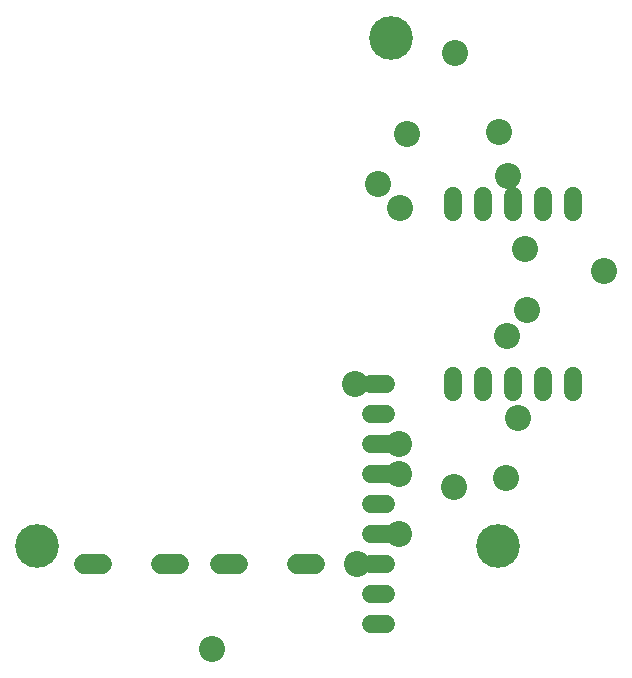
<source format=gbr>
G04 EAGLE Gerber RS-274X export*
G75*
%MOMM*%
%FSLAX34Y34*%
%LPD*%
%INSoldermask Top*%
%IPPOS*%
%AMOC8*
5,1,8,0,0,1.08239X$1,22.5*%
G01*
%ADD10C,3.703200*%
%ADD11C,1.727200*%
%ADD12C,1.524000*%
%ADD13C,2.203200*%


D10*
X130000Y130000D03*
X520000Y130000D03*
X430000Y560000D03*
D11*
X250132Y114300D02*
X234892Y114300D01*
X185108Y114300D02*
X169868Y114300D01*
D12*
X482600Y260096D02*
X482600Y273304D01*
X508000Y273304D02*
X508000Y260096D01*
X533400Y260096D02*
X533400Y273304D01*
X558800Y273304D02*
X558800Y260096D01*
X584200Y260096D02*
X584200Y273304D01*
X584200Y412496D02*
X584200Y425704D01*
X558800Y425704D02*
X558800Y412496D01*
X533400Y412496D02*
X533400Y425704D01*
X508000Y425704D02*
X508000Y412496D01*
X482600Y412496D02*
X482600Y425704D01*
D11*
X365132Y114300D02*
X349892Y114300D01*
X300108Y114300D02*
X284868Y114300D01*
D12*
X412496Y266700D02*
X425704Y266700D01*
X425704Y241300D02*
X412496Y241300D01*
X412496Y215900D02*
X425704Y215900D01*
X425704Y190500D02*
X412496Y190500D01*
X412496Y165100D02*
X425704Y165100D01*
X425704Y139700D02*
X412496Y139700D01*
X412496Y114300D02*
X425704Y114300D01*
X425704Y88900D02*
X412496Y88900D01*
X412496Y63500D02*
X425704Y63500D01*
D13*
X484280Y546910D03*
X278540Y42720D03*
X528730Y442770D03*
X537620Y238300D03*
X418410Y435960D03*
X437460Y415880D03*
X436880Y190500D03*
X436880Y215900D03*
X399440Y266580D03*
X521430Y480080D03*
X544530Y329760D03*
X526900Y187460D03*
X610160Y362380D03*
X482780Y179600D03*
X543020Y381190D03*
X443570Y478810D03*
X528020Y307220D03*
X436880Y139700D03*
X401320Y114300D03*
M02*

</source>
